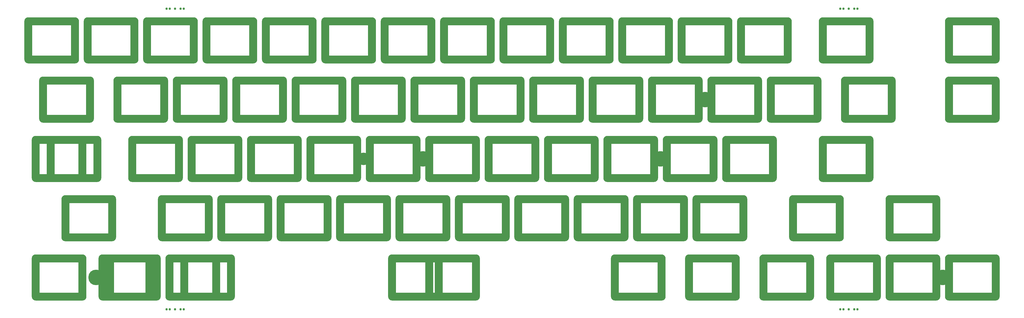
<source format=gts>
G04 #@! TF.GenerationSoftware,KiCad,Pcbnew,(5.1.12)-1*
G04 #@! TF.CreationDate,2021-12-15T02:21:53-05:00*
G04 #@! TF.ProjectId,fc660a_plate,66633636-3061-45f7-906c-6174652e6b69,rev?*
G04 #@! TF.SameCoordinates,Original*
G04 #@! TF.FileFunction,Soldermask,Top*
G04 #@! TF.FilePolarity,Negative*
%FSLAX46Y46*%
G04 Gerber Fmt 4.6, Leading zero omitted, Abs format (unit mm)*
G04 Created by KiCad (PCBNEW (5.1.12)-1) date 2021-12-15 02:21:53*
%MOMM*%
%LPD*%
G01*
G04 APERTURE LIST*
%ADD10O,17.500000X2.500000*%
%ADD11O,2.500000X14.800000*%
%ADD12C,0.750000*%
%ADD13C,4.000000*%
%ADD14C,5.000000*%
G04 APERTURE END LIST*
D10*
X292893750Y-44250000D03*
X292893750Y-31950000D03*
D11*
X285393750Y-38100000D03*
X300393750Y-38100000D03*
X275868750Y-95250000D03*
X290868750Y-95250000D03*
D10*
X283368750Y-101400000D03*
X283368750Y-89100000D03*
D11*
X285393750Y-76200000D03*
X300393750Y-76200000D03*
D10*
X292893750Y-82350000D03*
X292893750Y-70050000D03*
D11*
X42506250Y-95250000D03*
X57506250Y-95250000D03*
D10*
X50006250Y-101400000D03*
X50006250Y-89100000D03*
D12*
X77700000Y-124500000D03*
X79450000Y-124500000D03*
X80450000Y-124500000D03*
X74950000Y-124500000D03*
X75950000Y-124500000D03*
X293775000Y-124500000D03*
X295525000Y-124500000D03*
X296525000Y-124500000D03*
X291025000Y-124500000D03*
X292025000Y-124500000D03*
X293775000Y-27900000D03*
X295525000Y-27900000D03*
X296525000Y-27900000D03*
X291025000Y-27900000D03*
X292025000Y-27900000D03*
X77700000Y-27900000D03*
X79450000Y-27900000D03*
X80450000Y-27900000D03*
X74950000Y-27900000D03*
X75950000Y-27900000D03*
D10*
X38100000Y-31950000D03*
X38100000Y-44250000D03*
D11*
X45600000Y-38100000D03*
X30600000Y-38100000D03*
D10*
X252412500Y-89100000D03*
X252412500Y-101400000D03*
D11*
X259912500Y-95250000D03*
X244912500Y-95250000D03*
D10*
X242887500Y-70050000D03*
X242887500Y-82350000D03*
D11*
X250387500Y-76200000D03*
X235387500Y-76200000D03*
D10*
X261937500Y-70050000D03*
X261937500Y-82350000D03*
D11*
X269437500Y-76200000D03*
X254437500Y-76200000D03*
D10*
X300037500Y-51000000D03*
X300037500Y-63300000D03*
D11*
X307537500Y-57150000D03*
X292537500Y-57150000D03*
D10*
X276225000Y-51000000D03*
X276225000Y-63300000D03*
D11*
X283725000Y-57150000D03*
X268725000Y-57150000D03*
D10*
X333375000Y-31950000D03*
X333375000Y-44250000D03*
D11*
X340875000Y-38100000D03*
X325875000Y-38100000D03*
D13*
X138112500Y-76200000D03*
D14*
X247650000Y-57150000D03*
X157162500Y-76200000D03*
X323850000Y-114300000D03*
X52387500Y-114300000D03*
D10*
X88106250Y-108150000D03*
X88106250Y-120450000D03*
D11*
X95606250Y-114300000D03*
X80606250Y-114300000D03*
D10*
X83343750Y-108150000D03*
X83343750Y-120450000D03*
D11*
X90843750Y-114300000D03*
X75843750Y-114300000D03*
D10*
X64293750Y-108150000D03*
X64293750Y-120450000D03*
D11*
X71793750Y-114300000D03*
X56793750Y-114300000D03*
D10*
X61912500Y-108150000D03*
X61912500Y-120450000D03*
D11*
X69412500Y-114300000D03*
X54412500Y-114300000D03*
D10*
X45243750Y-70050000D03*
X45243750Y-82350000D03*
D11*
X52743750Y-76200000D03*
X37743750Y-76200000D03*
D10*
X40481250Y-70050000D03*
X40481250Y-82350000D03*
D11*
X47981250Y-76200000D03*
X32981250Y-76200000D03*
D10*
X40481250Y-108150000D03*
X40481250Y-120450000D03*
D11*
X47981250Y-114300000D03*
X32981250Y-114300000D03*
D10*
X42862500Y-51000000D03*
X42862500Y-63300000D03*
D11*
X50362500Y-57150000D03*
X35362500Y-57150000D03*
D10*
X223837500Y-70050000D03*
X223837500Y-82350000D03*
D11*
X231337500Y-76200000D03*
X216337500Y-76200000D03*
D10*
X128587500Y-70050000D03*
X128587500Y-82350000D03*
D11*
X136087500Y-76200000D03*
X121087500Y-76200000D03*
D10*
X147637500Y-70050000D03*
X147637500Y-82350000D03*
D11*
X155137500Y-76200000D03*
X140137500Y-76200000D03*
D10*
X166687500Y-108150000D03*
X166687500Y-120450000D03*
D11*
X174187500Y-114300000D03*
X159187500Y-114300000D03*
D10*
X154781250Y-108150000D03*
X154781250Y-120450000D03*
D11*
X162281250Y-114300000D03*
X147281250Y-114300000D03*
D10*
X226218750Y-108150000D03*
X226218750Y-120450000D03*
D11*
X233718750Y-114300000D03*
X218718750Y-114300000D03*
D10*
X250031250Y-108150000D03*
X250031250Y-120450000D03*
D11*
X257531250Y-114300000D03*
X242531250Y-114300000D03*
D10*
X273843750Y-108150000D03*
X273843750Y-120450000D03*
D11*
X281343750Y-114300000D03*
X266343750Y-114300000D03*
D10*
X314325000Y-89100000D03*
X314325000Y-101400000D03*
D11*
X321825000Y-95250000D03*
X306825000Y-95250000D03*
D10*
X190500000Y-31950000D03*
X190500000Y-44250000D03*
D11*
X198000000Y-38100000D03*
X183000000Y-38100000D03*
D10*
X333375000Y-108150000D03*
X333375000Y-120450000D03*
D11*
X340875000Y-114300000D03*
X325875000Y-114300000D03*
D10*
X295275000Y-108150000D03*
X295275000Y-120450000D03*
D11*
X302775000Y-114300000D03*
X287775000Y-114300000D03*
D10*
X314325000Y-108150000D03*
X314325000Y-120450000D03*
D11*
X321825000Y-114300000D03*
X306825000Y-114300000D03*
D10*
X233362500Y-89100000D03*
X233362500Y-101400000D03*
D11*
X240862500Y-95250000D03*
X225862500Y-95250000D03*
D10*
X195262500Y-89100000D03*
X195262500Y-101400000D03*
D11*
X202762500Y-95250000D03*
X187762500Y-95250000D03*
D10*
X214312500Y-89100000D03*
X214312500Y-101400000D03*
D11*
X221812500Y-95250000D03*
X206812500Y-95250000D03*
D10*
X176212500Y-89100000D03*
X176212500Y-101400000D03*
D11*
X183712500Y-95250000D03*
X168712500Y-95250000D03*
D10*
X138112500Y-89100000D03*
X138112500Y-101400000D03*
D11*
X145612500Y-95250000D03*
X130612500Y-95250000D03*
D10*
X157162500Y-89100000D03*
X157162500Y-101400000D03*
D11*
X164662500Y-95250000D03*
X149662500Y-95250000D03*
D10*
X119062500Y-89100000D03*
X119062500Y-101400000D03*
D11*
X126562500Y-95250000D03*
X111562500Y-95250000D03*
D10*
X80962500Y-89100000D03*
X80962500Y-101400000D03*
D11*
X88462500Y-95250000D03*
X73462500Y-95250000D03*
D10*
X100012500Y-89100000D03*
X100012500Y-101400000D03*
D11*
X107512500Y-95250000D03*
X92512500Y-95250000D03*
D10*
X204787500Y-70050000D03*
X204787500Y-82350000D03*
D11*
X212287500Y-76200000D03*
X197287500Y-76200000D03*
D10*
X166687500Y-70050000D03*
X166687500Y-82350000D03*
D11*
X174187500Y-76200000D03*
X159187500Y-76200000D03*
D10*
X185737500Y-70050000D03*
X185737500Y-82350000D03*
D11*
X193237500Y-76200000D03*
X178237500Y-76200000D03*
D10*
X109537500Y-70050000D03*
X109537500Y-82350000D03*
D11*
X117037500Y-76200000D03*
X102037500Y-76200000D03*
D10*
X71437500Y-70050000D03*
X71437500Y-82350000D03*
D11*
X78937500Y-76200000D03*
X63937500Y-76200000D03*
D10*
X90487500Y-70050000D03*
X90487500Y-82350000D03*
D11*
X97987500Y-76200000D03*
X82987500Y-76200000D03*
D10*
X238125000Y-51000000D03*
X238125000Y-63300000D03*
D11*
X245625000Y-57150000D03*
X230625000Y-57150000D03*
D10*
X257175000Y-51000000D03*
X257175000Y-63300000D03*
D11*
X264675000Y-57150000D03*
X249675000Y-57150000D03*
D10*
X219075000Y-51000000D03*
X219075000Y-63300000D03*
D11*
X226575000Y-57150000D03*
X211575000Y-57150000D03*
D10*
X180975000Y-51000000D03*
X180975000Y-63300000D03*
D11*
X188475000Y-57150000D03*
X173475000Y-57150000D03*
D10*
X200025000Y-51000000D03*
X200025000Y-63300000D03*
D11*
X207525000Y-57150000D03*
X192525000Y-57150000D03*
D10*
X161925000Y-51000000D03*
X161925000Y-63300000D03*
D11*
X169425000Y-57150000D03*
X154425000Y-57150000D03*
D10*
X123825000Y-51000000D03*
X123825000Y-63300000D03*
D11*
X131325000Y-57150000D03*
X116325000Y-57150000D03*
D10*
X142875000Y-51000000D03*
X142875000Y-63300000D03*
D11*
X150375000Y-57150000D03*
X135375000Y-57150000D03*
D10*
X104775000Y-51000000D03*
X104775000Y-63300000D03*
D11*
X112275000Y-57150000D03*
X97275000Y-57150000D03*
D10*
X66675000Y-51000000D03*
X66675000Y-63300000D03*
D11*
X74175000Y-57150000D03*
X59175000Y-57150000D03*
D10*
X85725000Y-51000000D03*
X85725000Y-63300000D03*
D11*
X93225000Y-57150000D03*
X78225000Y-57150000D03*
D10*
X171450000Y-31950000D03*
X171450000Y-44250000D03*
D11*
X178950000Y-38100000D03*
X163950000Y-38100000D03*
D10*
X133350000Y-31950000D03*
X133350000Y-44250000D03*
D11*
X140850000Y-38100000D03*
X125850000Y-38100000D03*
D10*
X152400000Y-31950000D03*
X152400000Y-44250000D03*
D11*
X159900000Y-38100000D03*
X144900000Y-38100000D03*
D10*
X247650000Y-31950000D03*
X247650000Y-44250000D03*
D11*
X255150000Y-38100000D03*
X240150000Y-38100000D03*
D10*
X209550000Y-31950000D03*
X209550000Y-44250000D03*
D11*
X217050000Y-38100000D03*
X202050000Y-38100000D03*
D10*
X228600000Y-31950000D03*
X228600000Y-44250000D03*
D11*
X236100000Y-38100000D03*
X221100000Y-38100000D03*
D10*
X266700000Y-31950000D03*
X266700000Y-44250000D03*
D11*
X274200000Y-38100000D03*
X259200000Y-38100000D03*
D10*
X333375000Y-51000000D03*
X333375000Y-63300000D03*
D11*
X340875000Y-57150000D03*
X325875000Y-57150000D03*
D10*
X114300000Y-31950000D03*
X114300000Y-44250000D03*
D11*
X121800000Y-38100000D03*
X106800000Y-38100000D03*
D10*
X95250000Y-31950000D03*
X95250000Y-44250000D03*
D11*
X102750000Y-38100000D03*
X87750000Y-38100000D03*
D10*
X76200000Y-31950000D03*
X76200000Y-44250000D03*
D11*
X83700000Y-38100000D03*
X68700000Y-38100000D03*
D10*
X57150000Y-31950000D03*
X57150000Y-44250000D03*
D11*
X64650000Y-38100000D03*
X49650000Y-38100000D03*
D14*
X233362500Y-76200000D03*
M02*

</source>
